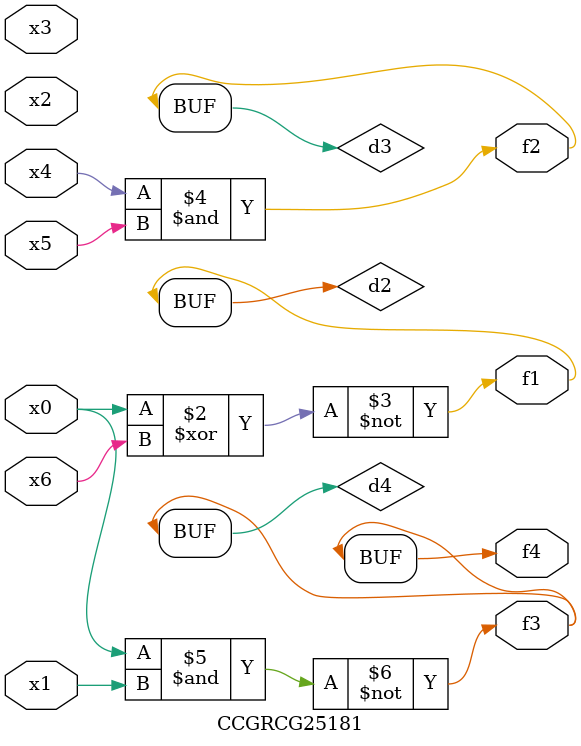
<source format=v>
module CCGRCG25181(
	input x0, x1, x2, x3, x4, x5, x6,
	output f1, f2, f3, f4
);

	wire d1, d2, d3, d4;

	nor (d1, x0);
	xnor (d2, x0, x6);
	and (d3, x4, x5);
	nand (d4, x0, x1);
	assign f1 = d2;
	assign f2 = d3;
	assign f3 = d4;
	assign f4 = d4;
endmodule

</source>
